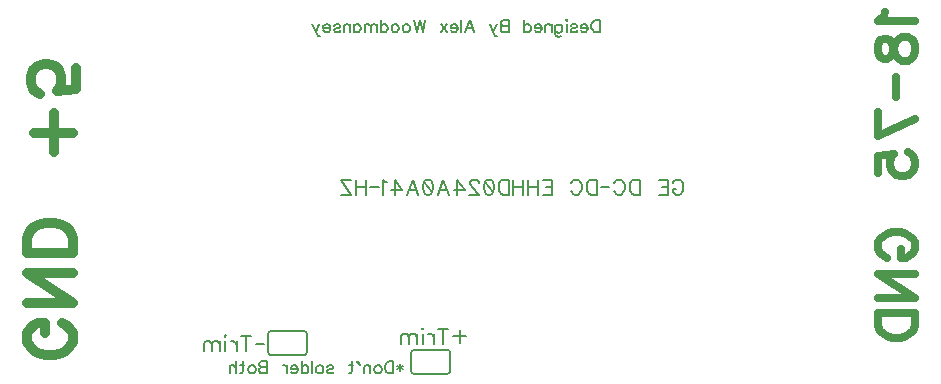
<source format=gbo>
G04 DipTrace 3.2.0.1*
G04 BottomSilk.GBO*
%MOIN*%
G04 #@! TF.FileFunction,Legend,Bot*
G04 #@! TF.Part,Single*
%ADD24C,0.006*%
%ADD57C,0.00772*%
%ADD58C,0.006176*%
%ADD59C,0.032808*%
%ADD60C,0.026247*%
%FSLAX26Y26*%
G04*
G70*
G90*
G75*
G01*
G04 BotSilk*
%LPD*%
X1501243Y183749D2*
D24*
X1391237D1*
X1501243Y103749D2*
G03X1511240Y113749I5J9992D01*
G01*
X1381240D2*
G03X1391237Y103749I9992J-8D01*
G01*
X1381240Y173749D2*
G02X1391237Y183749I9992J8D01*
G01*
X1501243D2*
G02X1511240Y173749I5J-9992D01*
G01*
Y113749D1*
X1381240Y173749D2*
Y113749D1*
X1391237Y103749D2*
X1501243D1*
X1868737Y41251D2*
X1978743D1*
X1868737Y121251D2*
G03X1858740Y111251I-5J-9992D01*
G01*
X1988740D2*
G03X1978743Y121251I-9992J8D01*
G01*
X1988740Y51251D2*
G02X1978743Y41251I-9992J-8D01*
G01*
X1868737D2*
G02X1858740Y51251I-5J9992D01*
G01*
Y111251D1*
X1988740Y51251D2*
Y111251D1*
X1978743Y121251D2*
X1868737D1*
X2730353Y677354D2*
D57*
X2732730Y682107D1*
X2737538Y686915D1*
X2742292Y689292D1*
X2751853D1*
X2756662Y686915D1*
X2761415Y682107D1*
X2763847Y677354D1*
X2766223Y670169D1*
Y658175D1*
X2763847Y651045D1*
X2761415Y646237D1*
X2756662Y641484D1*
X2751853Y639052D1*
X2742292D1*
X2737538Y641484D1*
X2732730Y646237D1*
X2730353Y651045D1*
Y658175D1*
X2742292D1*
X2683853Y689292D2*
X2714914D1*
Y639052D1*
X2683853D1*
X2714914Y665360D2*
X2695791D1*
X2619812Y689292D2*
Y639052D1*
X2603066D1*
X2595881Y641484D1*
X2591072Y646237D1*
X2588696Y651045D1*
X2586319Y658175D1*
Y670169D1*
X2588696Y677354D1*
X2591072Y682107D1*
X2595881Y686915D1*
X2603066Y689292D1*
X2619812D1*
X2535010Y677354D2*
X2537387Y682107D1*
X2542195Y686915D1*
X2546948Y689292D1*
X2556510D1*
X2561318Y686915D1*
X2566071Y682107D1*
X2568503Y677354D1*
X2570880Y670169D1*
Y658175D1*
X2568503Y651045D1*
X2566071Y646237D1*
X2561318Y641484D1*
X2556510Y639052D1*
X2546948D1*
X2542195Y641484D1*
X2537387Y646237D1*
X2535010Y651045D1*
X2519571Y664144D2*
X2491936D1*
X2476497Y689292D2*
Y639052D1*
X2459750D1*
X2452565Y641484D1*
X2447757Y646237D1*
X2445380Y651045D1*
X2443003Y658175D1*
Y670169D1*
X2445380Y677354D1*
X2447757Y682107D1*
X2452565Y686915D1*
X2459750Y689292D1*
X2476497D1*
X2391694Y677354D2*
X2394071Y682107D1*
X2398879Y686915D1*
X2403632Y689292D1*
X2413194D1*
X2418003Y686915D1*
X2422756Y682107D1*
X2425188Y677354D1*
X2427564Y670169D1*
Y658175D1*
X2425188Y651045D1*
X2422756Y646237D1*
X2418003Y641484D1*
X2413194Y639052D1*
X2403632D1*
X2398879Y641484D1*
X2394071Y646237D1*
X2391694Y651045D1*
X2296593Y689292D2*
X2327654D1*
Y639052D1*
X2296593D1*
X2327654Y665360D2*
X2308531D1*
X2281153Y689292D2*
Y639052D1*
X2247660Y689292D2*
Y639052D1*
X2281153Y665360D2*
X2247660D1*
X2232221Y689292D2*
Y639052D1*
X2198727Y689292D2*
Y639052D1*
X2232221Y665360D2*
X2198727D1*
X2183288Y689292D2*
Y639052D1*
X2166541D1*
X2159356Y641484D1*
X2154548Y646237D1*
X2152171Y651045D1*
X2149795Y658175D1*
Y670169D1*
X2152171Y677354D1*
X2154548Y682107D1*
X2159356Y686915D1*
X2166541Y689292D1*
X2183288D1*
X2119985Y689237D2*
X2127170Y686860D1*
X2131979Y679675D1*
X2134356Y667737D1*
Y660552D1*
X2131979Y648614D1*
X2127170Y641429D1*
X2119985Y639052D1*
X2115232D1*
X2108047Y641429D1*
X2103294Y648614D1*
X2100862Y660552D1*
Y667737D1*
X2103294Y679675D1*
X2108047Y686860D1*
X2115232Y689237D1*
X2119985D1*
X2103294Y679675D2*
X2131979Y648614D1*
X2082991Y677298D2*
Y679675D1*
X2080614Y684484D1*
X2078238Y686860D1*
X2073429Y689237D1*
X2063868D1*
X2059115Y686860D1*
X2056738Y684484D1*
X2054306Y679675D1*
Y674922D1*
X2056738Y670113D1*
X2061491Y662984D1*
X2085423Y639052D1*
X2051930D1*
X2012559D2*
Y689237D1*
X2036490Y655799D1*
X2000620D1*
X1946879Y639052D2*
X1966058Y689292D1*
X1985181Y639052D1*
X1977996Y655799D2*
X1954064D1*
X1917070Y689237D2*
X1924255Y686860D1*
X1929064Y679675D1*
X1931440Y667737D1*
Y660552D1*
X1929064Y648614D1*
X1924255Y641429D1*
X1917070Y639052D1*
X1912317D1*
X1905132Y641429D1*
X1900379Y648614D1*
X1897947Y660552D1*
Y667737D1*
X1900379Y679675D1*
X1905132Y686860D1*
X1912317Y689237D1*
X1917070D1*
X1900379Y679675D2*
X1929064Y648614D1*
X1844206Y639052D2*
X1863384Y689292D1*
X1882508Y639052D1*
X1875323Y655799D2*
X1851391D1*
X1804835Y639052D2*
Y689237D1*
X1828767Y655799D1*
X1792897D1*
X1777457Y679675D2*
X1772649Y682107D1*
X1765464Y689237D1*
Y639052D1*
X1750025Y664144D2*
X1722390D1*
X1706951Y689292D2*
Y639052D1*
X1673457Y689292D2*
Y639052D1*
X1706951Y665360D2*
X1673457D1*
X1658018Y689292D2*
X1624525D1*
X1658018Y639052D1*
X1624525D1*
X1368512Y141825D2*
X1340877D1*
X1308691Y166972D2*
Y116732D1*
X1325438Y166972D2*
X1291945D1*
X1276506Y150226D2*
Y116732D1*
Y135856D2*
X1274074Y143041D1*
X1269320Y147849D1*
X1264512Y150226D1*
X1257327D1*
X1241888Y166972D2*
X1239511Y164596D1*
X1237079Y166972D1*
X1239511Y169404D1*
X1241888Y166972D1*
X1239511Y150226D2*
Y116732D1*
X1221640Y150226D2*
Y116732D1*
Y140664D2*
X1214455Y147849D1*
X1209647Y150226D1*
X1202517D1*
X1197708Y147849D1*
X1195332Y140664D1*
Y116732D1*
Y140664D2*
X1188147Y147849D1*
X1183338Y150226D1*
X1176208D1*
X1171400Y147849D1*
X1168968Y140664D1*
Y116732D1*
X2019722Y188354D2*
Y145299D1*
X2041222Y166798D2*
X1998167D1*
X1965981Y191974D2*
Y141734D1*
X1982728Y191974D2*
X1949235D1*
X1933795Y175227D2*
Y141734D1*
Y160857D2*
X1931364Y168042D1*
X1926610Y172850D1*
X1921802Y175227D1*
X1914617D1*
X1899178Y191974D2*
X1896801Y189597D1*
X1894369Y191974D1*
X1896801Y194406D1*
X1899178Y191974D1*
X1896801Y175227D2*
Y141734D1*
X1878930Y175227D2*
Y141734D1*
Y165665D2*
X1871745Y172850D1*
X1866936Y175227D1*
X1859807D1*
X1854998Y172850D1*
X1852622Y165665D1*
Y141734D1*
Y165665D2*
X1845437Y172850D1*
X1840628Y175227D1*
X1833498D1*
X1828690Y172850D1*
X1826258Y165665D1*
Y141734D1*
X1821065Y74626D2*
D58*
Y51678D1*
X1830659Y68922D2*
X1811514Y57426D1*
Y68922D2*
X1830659Y57426D1*
X1799163Y83270D2*
Y43078D1*
X1785765D1*
X1780017Y45024D1*
X1776170Y48826D1*
X1774269Y52673D1*
X1772368Y58377D1*
Y67972D1*
X1774269Y73720D1*
X1776170Y77522D1*
X1780017Y81369D1*
X1785765Y83270D1*
X1799163D1*
X1750466Y69873D2*
X1754268Y67972D1*
X1758115Y64125D1*
X1760016Y58377D1*
Y54574D1*
X1758115Y48826D1*
X1754268Y45024D1*
X1750466Y43078D1*
X1744718D1*
X1740871Y45024D1*
X1737069Y48826D1*
X1735123Y54574D1*
Y58377D1*
X1737069Y64125D1*
X1740871Y67972D1*
X1744718Y69873D1*
X1750466D1*
X1722772D2*
Y43078D1*
Y62224D2*
X1717024Y67972D1*
X1713177Y69873D1*
X1707473D1*
X1703626Y67972D1*
X1701725Y62224D1*
Y43078D1*
X1679779Y83226D2*
X1689374Y71730D1*
X1677878Y81325D1*
X1679779Y83226D1*
X1659778Y83270D2*
Y50728D1*
X1657877Y45024D1*
X1654030Y43078D1*
X1650228D1*
X1665526Y69873D2*
X1652129D1*
X1577949Y64125D2*
X1579850Y67972D1*
X1585598Y69873D1*
X1591346D1*
X1597094Y67972D1*
X1598995Y64125D1*
X1597094Y60322D1*
X1593247Y58377D1*
X1583697Y56476D1*
X1579850Y54574D1*
X1577949Y50728D1*
Y48826D1*
X1579850Y45024D1*
X1585598Y43078D1*
X1591346D1*
X1597094Y45024D1*
X1598995Y48826D1*
X1556047Y69873D2*
X1559849Y67972D1*
X1563696Y64125D1*
X1565597Y58377D1*
Y54574D1*
X1563696Y48826D1*
X1559849Y45024D1*
X1556047Y43078D1*
X1550299D1*
X1546452Y45024D1*
X1542649Y48826D1*
X1540704Y54574D1*
Y58377D1*
X1542649Y64125D1*
X1546452Y67972D1*
X1550299Y69873D1*
X1556047D1*
X1528353Y83270D2*
Y43078D1*
X1493053Y83270D2*
Y43078D1*
Y64125D2*
X1496856Y67972D1*
X1500703Y69873D1*
X1506451D1*
X1510253Y67972D1*
X1514100Y64125D1*
X1516001Y58377D1*
Y54574D1*
X1514100Y48826D1*
X1510253Y45024D1*
X1506451Y43078D1*
X1500703D1*
X1496856Y45024D1*
X1493053Y48826D1*
X1480702Y58377D2*
X1457754D1*
Y62224D1*
X1459655Y66070D1*
X1461557Y67972D1*
X1465403Y69873D1*
X1471151D1*
X1474954Y67972D1*
X1478801Y64125D1*
X1480702Y58377D1*
Y54574D1*
X1478801Y48826D1*
X1474954Y45024D1*
X1471151Y43078D1*
X1465403D1*
X1461557Y45024D1*
X1457754Y48826D1*
X1445403Y69873D2*
Y43078D1*
Y58377D2*
X1443457Y64125D1*
X1439655Y67972D1*
X1435808Y69873D1*
X1430060D1*
X1378828Y83270D2*
Y43078D1*
X1361583D1*
X1355835Y45024D1*
X1353934Y46925D1*
X1352033Y50728D1*
Y56476D1*
X1353934Y60322D1*
X1355835Y62224D1*
X1361583Y64125D1*
X1355835Y66070D1*
X1353934Y67972D1*
X1352033Y71774D1*
Y75621D1*
X1353934Y79424D1*
X1355835Y81369D1*
X1361583Y83270D1*
X1378828D1*
Y64125D2*
X1361583D1*
X1330131Y69873D2*
X1333933Y67972D1*
X1337780Y64125D1*
X1339682Y58377D1*
Y54574D1*
X1337780Y48826D1*
X1333933Y45024D1*
X1330131Y43078D1*
X1324383D1*
X1320536Y45024D1*
X1316734Y48826D1*
X1314788Y54574D1*
Y58377D1*
X1316734Y64125D1*
X1320536Y67972D1*
X1324383Y69873D1*
X1330131D1*
X1296689Y83270D2*
Y50728D1*
X1294787Y45024D1*
X1290941Y43078D1*
X1287138D1*
X1302437Y69873D2*
X1289039D1*
X1274787Y83270D2*
Y43078D1*
Y62224D2*
X1269039Y67972D1*
X1265192Y69873D1*
X1259444D1*
X1255641Y67972D1*
X1253740Y62224D1*
Y43078D1*
X731424Y845209D2*
D59*
X602259D1*
X666759Y780709D2*
Y909874D1*
X742119Y1061546D2*
Y989916D1*
X677619Y982787D1*
X684749Y989916D1*
X692045Y1011471D1*
Y1032861D1*
X684749Y1054416D1*
X670490Y1068841D1*
X648934Y1075971D1*
X634675D1*
X613120Y1068841D1*
X598694Y1054416D1*
X591565Y1032861D1*
Y1011472D1*
X598694Y989916D1*
X605990Y982787D1*
X620250Y975491D1*
X693970Y212527D2*
X708230Y205397D1*
X722655Y190972D1*
X729785Y176712D1*
Y148027D1*
X722655Y133602D1*
X708230Y119342D1*
X693970Y112047D1*
X672415Y104917D1*
X636434D1*
X615045Y112047D1*
X600620Y119342D1*
X586360Y133602D1*
X579065Y148027D1*
Y176712D1*
X586360Y190972D1*
X600620Y205397D1*
X615045Y212527D1*
X636434D1*
Y176712D1*
X729785Y378624D2*
X579065D1*
X729785Y278144D1*
X579065D1*
X729785Y444240D2*
X579065D1*
Y494480D1*
X586360Y516035D1*
X600620Y530461D1*
X615045Y537591D1*
X636434Y544720D1*
X672415D1*
X693970Y537591D1*
X708230Y530461D1*
X722655Y516035D1*
X729785Y494480D1*
Y444240D1*
X3438833Y1246230D2*
D60*
X3432996Y1234689D1*
X3415885Y1217445D1*
X3536328D1*
X3415885Y1136300D2*
X3421589Y1153411D1*
X3432996Y1159248D1*
X3444537D1*
X3455944Y1153411D1*
X3461781Y1142004D1*
X3467485Y1119056D1*
X3473188Y1101812D1*
X3484729Y1090404D1*
X3496136Y1084700D1*
X3513380D1*
X3524788Y1090404D1*
X3530624Y1096108D1*
X3536328Y1113352D1*
Y1136300D1*
X3530624Y1153411D1*
X3524788Y1159248D1*
X3513380Y1164952D1*
X3496136D1*
X3484729Y1159248D1*
X3473188Y1147708D1*
X3467485Y1130596D1*
X3461781Y1107648D1*
X3455944Y1096108D1*
X3444537Y1090404D1*
X3432996D1*
X3421589Y1096108D1*
X3415885Y1113352D1*
Y1136300D1*
X3476107Y1032207D2*
Y965884D1*
X3536328Y890442D2*
X3415885Y833006D1*
Y913390D1*
Y711669D2*
Y768972D1*
X3467485Y774676D1*
X3461781Y768972D1*
X3455944Y751728D1*
Y734617D1*
X3461781Y717373D1*
X3473188Y705833D1*
X3490432Y700129D1*
X3501840D1*
X3519084Y705833D1*
X3530625Y717373D1*
X3536328Y734617D1*
Y751728D1*
X3530625Y768972D1*
X3524788Y774676D1*
X3513380Y780513D1*
X3444404Y428141D2*
X3432996Y433845D1*
X3421456Y445385D1*
X3415752Y456792D1*
Y479740D1*
X3421456Y491281D1*
X3432996Y502688D1*
X3444404Y508525D1*
X3461648Y514229D1*
X3490432D1*
X3507544Y508525D1*
X3519084Y502688D1*
X3530492Y491281D1*
X3536328Y479740D1*
Y456792D1*
X3530492Y445385D1*
X3519084Y433845D1*
X3507544Y428141D1*
X3490433D1*
Y456792D1*
X3415752Y295263D2*
X3536328D1*
X3415752Y375647D1*
X3536328D1*
X3415752Y242770D2*
X3536328D1*
Y202578D1*
X3530492Y185334D1*
X3519084Y173794D1*
X3507544Y168090D1*
X3490432Y162386D1*
X3461648D1*
X3444404Y168090D1*
X3432996Y173794D1*
X3421456Y185334D1*
X3415752Y202578D1*
Y242770D1*
X2486360Y1220772D2*
D58*
Y1180580D1*
X2472963D1*
X2467215Y1182525D1*
X2463368Y1186328D1*
X2461467Y1190174D1*
X2459566Y1195878D1*
Y1205473D1*
X2461467Y1211221D1*
X2463368Y1215024D1*
X2467215Y1218870D1*
X2472963Y1220772D1*
X2486360D1*
X2447214Y1195878D2*
X2424266D1*
Y1199725D1*
X2426168Y1203572D1*
X2428069Y1205473D1*
X2431916Y1207374D1*
X2437664D1*
X2441466Y1205473D1*
X2445313Y1201626D1*
X2447214Y1195878D1*
Y1192076D1*
X2445313Y1186328D1*
X2441466Y1182525D1*
X2437664Y1180580D1*
X2431916D1*
X2428069Y1182525D1*
X2424266Y1186328D1*
X2390868Y1201626D2*
X2392770Y1205473D1*
X2398518Y1207374D1*
X2404266D1*
X2410014Y1205473D1*
X2411915Y1201626D1*
X2410014Y1197824D1*
X2406167Y1195878D1*
X2396616Y1193977D1*
X2392770Y1192076D1*
X2390868Y1188229D1*
Y1186328D1*
X2392770Y1182525D1*
X2398518Y1180580D1*
X2404266D1*
X2410014Y1182525D1*
X2411915Y1186328D1*
X2378517Y1220772D2*
X2376616Y1218870D1*
X2374670Y1220772D1*
X2376616Y1222717D1*
X2378517Y1220772D1*
X2376616Y1207374D2*
Y1180580D1*
X2339371Y1205473D2*
Y1174832D1*
X2341272Y1169128D1*
X2343173Y1167182D1*
X2347020Y1165281D1*
X2352768D1*
X2356571Y1167182D1*
X2339371Y1199725D2*
X2343173Y1203528D1*
X2347020Y1205473D1*
X2352768D1*
X2356571Y1203528D1*
X2360418Y1199725D1*
X2362319Y1193977D1*
Y1190130D1*
X2360418Y1184426D1*
X2356571Y1180580D1*
X2352768Y1178678D1*
X2347020D1*
X2343173Y1180580D1*
X2339371Y1184426D1*
X2327019Y1207374D2*
Y1180580D1*
Y1199725D2*
X2321271Y1205473D1*
X2317425Y1207374D1*
X2311721D1*
X2307874Y1205473D1*
X2305973Y1199725D1*
Y1180580D1*
X2293621Y1195878D2*
X2270674D1*
Y1199725D1*
X2272575Y1203572D1*
X2274476Y1205473D1*
X2278323Y1207374D1*
X2284071D1*
X2287873Y1205473D1*
X2291720Y1201626D1*
X2293621Y1195878D1*
Y1192076D1*
X2291720Y1186328D1*
X2287873Y1182525D1*
X2284071Y1180580D1*
X2278323D1*
X2274476Y1182525D1*
X2270674Y1186328D1*
X2235374Y1220772D2*
Y1180580D1*
Y1201626D2*
X2239177Y1205473D1*
X2243024Y1207374D1*
X2248772D1*
X2252574Y1205473D1*
X2256421Y1201626D1*
X2258322Y1195878D1*
Y1192076D1*
X2256421Y1186328D1*
X2252574Y1182525D1*
X2248772Y1180580D1*
X2243024D1*
X2239177Y1182525D1*
X2235374Y1186328D1*
X2184142Y1220772D2*
Y1180580D1*
X2166898D1*
X2161150Y1182525D1*
X2159249Y1184426D1*
X2157347Y1188229D1*
Y1193977D1*
X2159249Y1197824D1*
X2161150Y1199725D1*
X2166898Y1201626D1*
X2161150Y1203572D1*
X2159249Y1205473D1*
X2157347Y1209276D1*
Y1213122D1*
X2159249Y1216925D1*
X2161150Y1218870D1*
X2166898Y1220772D1*
X2184142D1*
Y1201626D2*
X2166898D1*
X2143051Y1207374D2*
X2131599Y1180580D1*
X2135401Y1172930D1*
X2139248Y1169084D1*
X2143051Y1167182D1*
X2144996D1*
X2120103Y1207374D2*
X2131599Y1180580D1*
X2038229D2*
X2053572Y1220772D1*
X2068870Y1180580D1*
X2063122Y1193977D2*
X2043977D1*
X2025878Y1220772D2*
Y1180580D1*
X2013526Y1195878D2*
X1990578D1*
Y1199725D1*
X1992480Y1203572D1*
X1994381Y1205473D1*
X1998228Y1207374D1*
X2003976D1*
X2007778Y1205473D1*
X2011625Y1201626D1*
X2013526Y1195878D1*
Y1192076D1*
X2011625Y1186328D1*
X2007778Y1182525D1*
X2003976Y1180580D1*
X1998228D1*
X1994381Y1182525D1*
X1990578Y1186328D1*
X1978227Y1207374D2*
X1957180Y1180580D1*
Y1207374D2*
X1978227Y1180580D1*
X1905948Y1220772D2*
X1896353Y1180580D1*
X1886803Y1220772D1*
X1877252Y1180580D1*
X1867657Y1220772D1*
X1845755Y1207374D2*
X1849558Y1205473D1*
X1853405Y1201626D1*
X1855306Y1195878D1*
Y1192076D1*
X1853405Y1186328D1*
X1849558Y1182525D1*
X1845755Y1180580D1*
X1840007D1*
X1836161Y1182525D1*
X1832358Y1186328D1*
X1830413Y1192076D1*
Y1195878D1*
X1832358Y1201626D1*
X1836161Y1205473D1*
X1840007Y1207374D1*
X1845755D1*
X1808511D2*
X1812313Y1205473D1*
X1816160Y1201626D1*
X1818061Y1195878D1*
Y1192076D1*
X1816160Y1186328D1*
X1812313Y1182525D1*
X1808511Y1180580D1*
X1802763D1*
X1798916Y1182525D1*
X1795113Y1186328D1*
X1793168Y1192076D1*
Y1195878D1*
X1795113Y1201626D1*
X1798916Y1205473D1*
X1802763Y1207374D1*
X1808511D1*
X1757868Y1220772D2*
Y1180580D1*
Y1201626D2*
X1761671Y1205473D1*
X1765518Y1207374D1*
X1771266D1*
X1775068Y1205473D1*
X1778915Y1201626D1*
X1780816Y1195878D1*
Y1192076D1*
X1778915Y1186328D1*
X1775068Y1182525D1*
X1771266Y1180580D1*
X1765518D1*
X1761671Y1182525D1*
X1757868Y1186328D1*
X1745517Y1207374D2*
Y1180580D1*
Y1199725D2*
X1739769Y1205473D1*
X1735922Y1207374D1*
X1730218D1*
X1726372Y1205473D1*
X1724470Y1199725D1*
Y1180580D1*
Y1199725D2*
X1718722Y1205473D1*
X1714876Y1207374D1*
X1709172D1*
X1705325Y1205473D1*
X1703380Y1199725D1*
Y1180580D1*
X1668080Y1207374D2*
Y1180580D1*
Y1201626D2*
X1671883Y1205473D1*
X1675730Y1207374D1*
X1681433D1*
X1685280Y1205473D1*
X1689083Y1201626D1*
X1691028Y1195878D1*
Y1192076D1*
X1689083Y1186328D1*
X1685280Y1182525D1*
X1681433Y1180580D1*
X1675730D1*
X1671883Y1182525D1*
X1668080Y1186328D1*
X1655729Y1207374D2*
Y1180580D1*
Y1199725D2*
X1649981Y1205473D1*
X1646134Y1207374D1*
X1640430D1*
X1636583Y1205473D1*
X1634682Y1199725D1*
Y1180580D1*
X1601284Y1201626D2*
X1603185Y1205473D1*
X1608933Y1207374D1*
X1614682D1*
X1620430Y1205473D1*
X1622331Y1201626D1*
X1620430Y1197824D1*
X1616583Y1195878D1*
X1607032Y1193977D1*
X1603185Y1192076D1*
X1601284Y1188229D1*
Y1186328D1*
X1603185Y1182525D1*
X1608933Y1180580D1*
X1614682D1*
X1620430Y1182525D1*
X1622331Y1186328D1*
X1588933Y1195878D2*
X1565985D1*
Y1199725D1*
X1567886Y1203572D1*
X1569787Y1205473D1*
X1573634Y1207374D1*
X1579382D1*
X1583185Y1205473D1*
X1587032Y1201626D1*
X1588933Y1195878D1*
Y1192076D1*
X1587032Y1186328D1*
X1583185Y1182525D1*
X1579382Y1180580D1*
X1573634D1*
X1569787Y1182525D1*
X1565985Y1186328D1*
X1551688Y1207374D2*
X1540236Y1180580D1*
X1544039Y1172930D1*
X1547885Y1169084D1*
X1551688Y1167182D1*
X1553633D1*
X1528740Y1207374D2*
X1540236Y1180580D1*
M02*

</source>
